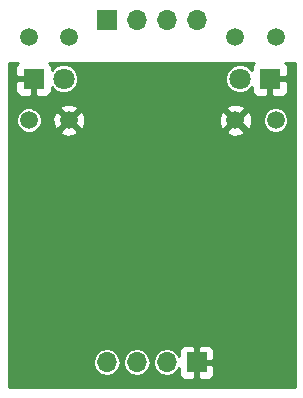
<source format=gbr>
G04 #@! TF.FileFunction,Copper,L2,Bot,Signal*
%FSLAX46Y46*%
G04 Gerber Fmt 4.6, Leading zero omitted, Abs format (unit mm)*
G04 Created by KiCad (PCBNEW 4.0.7-e0-6372~58~ubuntu16.10.1) date Mon Feb 25 01:17:52 2019*
%MOMM*%
%LPD*%
G01*
G04 APERTURE LIST*
%ADD10C,0.100000*%
%ADD11R,1.800000X1.800000*%
%ADD12C,1.800000*%
%ADD13C,1.500000*%
%ADD14R,1.700000X1.700000*%
%ADD15O,1.700000X1.700000*%
%ADD16C,0.900000*%
%ADD17C,0.254000*%
G04 APERTURE END LIST*
D10*
D11*
X22500000Y-7500000D03*
D12*
X19960000Y-7500000D03*
D11*
X2500000Y-7500000D03*
D12*
X5040000Y-7500000D03*
D13*
X23000000Y-11000000D03*
X19600000Y-11000000D03*
X23000000Y-4000000D03*
X19600000Y-4000000D03*
X5500000Y-11000000D03*
X2100000Y-11000000D03*
X5500000Y-4000000D03*
X2100000Y-4000000D03*
D14*
X8690000Y-2500000D03*
D15*
X11230000Y-2500000D03*
X13770000Y-2500000D03*
X16310000Y-2500000D03*
D14*
X16310000Y-31500000D03*
D15*
X13770000Y-31500000D03*
X11230000Y-31500000D03*
X8690000Y-31500000D03*
D16*
X13000000Y-18000000D03*
X15250000Y-24250000D03*
X21750000Y-25750000D03*
X9750000Y-26750000D03*
X9500000Y-21250000D03*
X3500000Y-19250000D03*
D17*
G36*
X1061673Y-6240301D02*
X965000Y-6473690D01*
X965000Y-7214250D01*
X1123750Y-7373000D01*
X2373000Y-7373000D01*
X2373000Y-7353000D01*
X2627000Y-7353000D01*
X2627000Y-7373000D01*
X2647000Y-7373000D01*
X2647000Y-7627000D01*
X2627000Y-7627000D01*
X2627000Y-8876250D01*
X2785750Y-9035000D01*
X3526309Y-9035000D01*
X3759698Y-8938327D01*
X3938327Y-8759699D01*
X4035000Y-8526310D01*
X4035000Y-8230000D01*
X4344053Y-8539593D01*
X4794864Y-8726786D01*
X5282995Y-8727212D01*
X5734131Y-8540806D01*
X6079593Y-8195947D01*
X6266786Y-7745136D01*
X6267212Y-7257005D01*
X6080806Y-6805869D01*
X5735947Y-6460407D01*
X5285136Y-6273214D01*
X4797005Y-6272788D01*
X4345869Y-6459194D01*
X4035000Y-6769520D01*
X4035000Y-6473690D01*
X3938327Y-6240301D01*
X3825025Y-6127000D01*
X21174975Y-6127000D01*
X21061673Y-6240301D01*
X20965000Y-6473690D01*
X20965000Y-6770000D01*
X20655947Y-6460407D01*
X20205136Y-6273214D01*
X19717005Y-6272788D01*
X19265869Y-6459194D01*
X18920407Y-6804053D01*
X18733214Y-7254864D01*
X18732788Y-7742995D01*
X18919194Y-8194131D01*
X19264053Y-8539593D01*
X19714864Y-8726786D01*
X20202995Y-8727212D01*
X20654131Y-8540806D01*
X20965000Y-8230480D01*
X20965000Y-8526310D01*
X21061673Y-8759699D01*
X21240302Y-8938327D01*
X21473691Y-9035000D01*
X22214250Y-9035000D01*
X22373000Y-8876250D01*
X22373000Y-7627000D01*
X22627000Y-7627000D01*
X22627000Y-8876250D01*
X22785750Y-9035000D01*
X23526309Y-9035000D01*
X23759698Y-8938327D01*
X23938327Y-8759699D01*
X24035000Y-8526310D01*
X24035000Y-7785750D01*
X23876250Y-7627000D01*
X22627000Y-7627000D01*
X22373000Y-7627000D01*
X22353000Y-7627000D01*
X22353000Y-7373000D01*
X22373000Y-7373000D01*
X22373000Y-7353000D01*
X22627000Y-7353000D01*
X22627000Y-7373000D01*
X23876250Y-7373000D01*
X24035000Y-7214250D01*
X24035000Y-6473690D01*
X23938327Y-6240301D01*
X23825025Y-6127000D01*
X24598000Y-6127000D01*
X24598000Y-33598000D01*
X402000Y-33598000D01*
X402000Y-31476941D01*
X7513000Y-31476941D01*
X7513000Y-31523059D01*
X7602594Y-31973477D01*
X7857735Y-32355324D01*
X8239582Y-32610465D01*
X8690000Y-32700059D01*
X9140418Y-32610465D01*
X9522265Y-32355324D01*
X9777406Y-31973477D01*
X9867000Y-31523059D01*
X9867000Y-31476941D01*
X10053000Y-31476941D01*
X10053000Y-31523059D01*
X10142594Y-31973477D01*
X10397735Y-32355324D01*
X10779582Y-32610465D01*
X11230000Y-32700059D01*
X11680418Y-32610465D01*
X12062265Y-32355324D01*
X12317406Y-31973477D01*
X12407000Y-31523059D01*
X12407000Y-31476941D01*
X12593000Y-31476941D01*
X12593000Y-31523059D01*
X12682594Y-31973477D01*
X12937735Y-32355324D01*
X13319582Y-32610465D01*
X13770000Y-32700059D01*
X14220418Y-32610465D01*
X14602265Y-32355324D01*
X14825000Y-32021976D01*
X14825000Y-32476309D01*
X14921673Y-32709698D01*
X15100301Y-32888327D01*
X15333690Y-32985000D01*
X16024250Y-32985000D01*
X16183000Y-32826250D01*
X16183000Y-31627000D01*
X16437000Y-31627000D01*
X16437000Y-32826250D01*
X16595750Y-32985000D01*
X17286310Y-32985000D01*
X17519699Y-32888327D01*
X17698327Y-32709698D01*
X17795000Y-32476309D01*
X17795000Y-31785750D01*
X17636250Y-31627000D01*
X16437000Y-31627000D01*
X16183000Y-31627000D01*
X16163000Y-31627000D01*
X16163000Y-31373000D01*
X16183000Y-31373000D01*
X16183000Y-30173750D01*
X16437000Y-30173750D01*
X16437000Y-31373000D01*
X17636250Y-31373000D01*
X17795000Y-31214250D01*
X17795000Y-30523691D01*
X17698327Y-30290302D01*
X17519699Y-30111673D01*
X17286310Y-30015000D01*
X16595750Y-30015000D01*
X16437000Y-30173750D01*
X16183000Y-30173750D01*
X16024250Y-30015000D01*
X15333690Y-30015000D01*
X15100301Y-30111673D01*
X14921673Y-30290302D01*
X14825000Y-30523691D01*
X14825000Y-30978024D01*
X14602265Y-30644676D01*
X14220418Y-30389535D01*
X13770000Y-30299941D01*
X13319582Y-30389535D01*
X12937735Y-30644676D01*
X12682594Y-31026523D01*
X12593000Y-31476941D01*
X12407000Y-31476941D01*
X12317406Y-31026523D01*
X12062265Y-30644676D01*
X11680418Y-30389535D01*
X11230000Y-30299941D01*
X10779582Y-30389535D01*
X10397735Y-30644676D01*
X10142594Y-31026523D01*
X10053000Y-31476941D01*
X9867000Y-31476941D01*
X9777406Y-31026523D01*
X9522265Y-30644676D01*
X9140418Y-30389535D01*
X8690000Y-30299941D01*
X8239582Y-30389535D01*
X7857735Y-30644676D01*
X7602594Y-31026523D01*
X7513000Y-31476941D01*
X402000Y-31476941D01*
X402000Y-11213289D01*
X1022813Y-11213289D01*
X1186431Y-11609275D01*
X1489132Y-11912504D01*
X1884832Y-12076813D01*
X2313289Y-12077187D01*
X2569030Y-11971517D01*
X4708088Y-11971517D01*
X4776077Y-12212460D01*
X5295171Y-12397201D01*
X5845448Y-12369230D01*
X6223923Y-12212460D01*
X6291912Y-11971517D01*
X18808088Y-11971517D01*
X18876077Y-12212460D01*
X19395171Y-12397201D01*
X19945448Y-12369230D01*
X20323923Y-12212460D01*
X20391912Y-11971517D01*
X19600000Y-11179605D01*
X18808088Y-11971517D01*
X6291912Y-11971517D01*
X5500000Y-11179605D01*
X4708088Y-11971517D01*
X2569030Y-11971517D01*
X2709275Y-11913569D01*
X3012504Y-11610868D01*
X3176813Y-11215168D01*
X3177179Y-10795171D01*
X4102799Y-10795171D01*
X4130770Y-11345448D01*
X4287540Y-11723923D01*
X4528483Y-11791912D01*
X5320395Y-11000000D01*
X5679605Y-11000000D01*
X6471517Y-11791912D01*
X6712460Y-11723923D01*
X6897201Y-11204829D01*
X6876378Y-10795171D01*
X18202799Y-10795171D01*
X18230770Y-11345448D01*
X18387540Y-11723923D01*
X18628483Y-11791912D01*
X19420395Y-11000000D01*
X19779605Y-11000000D01*
X20571517Y-11791912D01*
X20812460Y-11723923D01*
X20994190Y-11213289D01*
X21922813Y-11213289D01*
X22086431Y-11609275D01*
X22389132Y-11912504D01*
X22784832Y-12076813D01*
X23213289Y-12077187D01*
X23609275Y-11913569D01*
X23912504Y-11610868D01*
X24076813Y-11215168D01*
X24077187Y-10786711D01*
X23913569Y-10390725D01*
X23610868Y-10087496D01*
X23215168Y-9923187D01*
X22786711Y-9922813D01*
X22390725Y-10086431D01*
X22087496Y-10389132D01*
X21923187Y-10784832D01*
X21922813Y-11213289D01*
X20994190Y-11213289D01*
X20997201Y-11204829D01*
X20969230Y-10654552D01*
X20812460Y-10276077D01*
X20571517Y-10208088D01*
X19779605Y-11000000D01*
X19420395Y-11000000D01*
X18628483Y-10208088D01*
X18387540Y-10276077D01*
X18202799Y-10795171D01*
X6876378Y-10795171D01*
X6869230Y-10654552D01*
X6712460Y-10276077D01*
X6471517Y-10208088D01*
X5679605Y-11000000D01*
X5320395Y-11000000D01*
X4528483Y-10208088D01*
X4287540Y-10276077D01*
X4102799Y-10795171D01*
X3177179Y-10795171D01*
X3177187Y-10786711D01*
X3013569Y-10390725D01*
X2710868Y-10087496D01*
X2568749Y-10028483D01*
X4708088Y-10028483D01*
X5500000Y-10820395D01*
X6291912Y-10028483D01*
X18808088Y-10028483D01*
X19600000Y-10820395D01*
X20391912Y-10028483D01*
X20323923Y-9787540D01*
X19804829Y-9602799D01*
X19254552Y-9630770D01*
X18876077Y-9787540D01*
X18808088Y-10028483D01*
X6291912Y-10028483D01*
X6223923Y-9787540D01*
X5704829Y-9602799D01*
X5154552Y-9630770D01*
X4776077Y-9787540D01*
X4708088Y-10028483D01*
X2568749Y-10028483D01*
X2315168Y-9923187D01*
X1886711Y-9922813D01*
X1490725Y-10086431D01*
X1187496Y-10389132D01*
X1023187Y-10784832D01*
X1022813Y-11213289D01*
X402000Y-11213289D01*
X402000Y-7785750D01*
X965000Y-7785750D01*
X965000Y-8526310D01*
X1061673Y-8759699D01*
X1240302Y-8938327D01*
X1473691Y-9035000D01*
X2214250Y-9035000D01*
X2373000Y-8876250D01*
X2373000Y-7627000D01*
X1123750Y-7627000D01*
X965000Y-7785750D01*
X402000Y-7785750D01*
X402000Y-6127000D01*
X1174975Y-6127000D01*
X1061673Y-6240301D01*
X1061673Y-6240301D01*
G37*
X1061673Y-6240301D02*
X965000Y-6473690D01*
X965000Y-7214250D01*
X1123750Y-7373000D01*
X2373000Y-7373000D01*
X2373000Y-7353000D01*
X2627000Y-7353000D01*
X2627000Y-7373000D01*
X2647000Y-7373000D01*
X2647000Y-7627000D01*
X2627000Y-7627000D01*
X2627000Y-8876250D01*
X2785750Y-9035000D01*
X3526309Y-9035000D01*
X3759698Y-8938327D01*
X3938327Y-8759699D01*
X4035000Y-8526310D01*
X4035000Y-8230000D01*
X4344053Y-8539593D01*
X4794864Y-8726786D01*
X5282995Y-8727212D01*
X5734131Y-8540806D01*
X6079593Y-8195947D01*
X6266786Y-7745136D01*
X6267212Y-7257005D01*
X6080806Y-6805869D01*
X5735947Y-6460407D01*
X5285136Y-6273214D01*
X4797005Y-6272788D01*
X4345869Y-6459194D01*
X4035000Y-6769520D01*
X4035000Y-6473690D01*
X3938327Y-6240301D01*
X3825025Y-6127000D01*
X21174975Y-6127000D01*
X21061673Y-6240301D01*
X20965000Y-6473690D01*
X20965000Y-6770000D01*
X20655947Y-6460407D01*
X20205136Y-6273214D01*
X19717005Y-6272788D01*
X19265869Y-6459194D01*
X18920407Y-6804053D01*
X18733214Y-7254864D01*
X18732788Y-7742995D01*
X18919194Y-8194131D01*
X19264053Y-8539593D01*
X19714864Y-8726786D01*
X20202995Y-8727212D01*
X20654131Y-8540806D01*
X20965000Y-8230480D01*
X20965000Y-8526310D01*
X21061673Y-8759699D01*
X21240302Y-8938327D01*
X21473691Y-9035000D01*
X22214250Y-9035000D01*
X22373000Y-8876250D01*
X22373000Y-7627000D01*
X22627000Y-7627000D01*
X22627000Y-8876250D01*
X22785750Y-9035000D01*
X23526309Y-9035000D01*
X23759698Y-8938327D01*
X23938327Y-8759699D01*
X24035000Y-8526310D01*
X24035000Y-7785750D01*
X23876250Y-7627000D01*
X22627000Y-7627000D01*
X22373000Y-7627000D01*
X22353000Y-7627000D01*
X22353000Y-7373000D01*
X22373000Y-7373000D01*
X22373000Y-7353000D01*
X22627000Y-7353000D01*
X22627000Y-7373000D01*
X23876250Y-7373000D01*
X24035000Y-7214250D01*
X24035000Y-6473690D01*
X23938327Y-6240301D01*
X23825025Y-6127000D01*
X24598000Y-6127000D01*
X24598000Y-33598000D01*
X402000Y-33598000D01*
X402000Y-31476941D01*
X7513000Y-31476941D01*
X7513000Y-31523059D01*
X7602594Y-31973477D01*
X7857735Y-32355324D01*
X8239582Y-32610465D01*
X8690000Y-32700059D01*
X9140418Y-32610465D01*
X9522265Y-32355324D01*
X9777406Y-31973477D01*
X9867000Y-31523059D01*
X9867000Y-31476941D01*
X10053000Y-31476941D01*
X10053000Y-31523059D01*
X10142594Y-31973477D01*
X10397735Y-32355324D01*
X10779582Y-32610465D01*
X11230000Y-32700059D01*
X11680418Y-32610465D01*
X12062265Y-32355324D01*
X12317406Y-31973477D01*
X12407000Y-31523059D01*
X12407000Y-31476941D01*
X12593000Y-31476941D01*
X12593000Y-31523059D01*
X12682594Y-31973477D01*
X12937735Y-32355324D01*
X13319582Y-32610465D01*
X13770000Y-32700059D01*
X14220418Y-32610465D01*
X14602265Y-32355324D01*
X14825000Y-32021976D01*
X14825000Y-32476309D01*
X14921673Y-32709698D01*
X15100301Y-32888327D01*
X15333690Y-32985000D01*
X16024250Y-32985000D01*
X16183000Y-32826250D01*
X16183000Y-31627000D01*
X16437000Y-31627000D01*
X16437000Y-32826250D01*
X16595750Y-32985000D01*
X17286310Y-32985000D01*
X17519699Y-32888327D01*
X17698327Y-32709698D01*
X17795000Y-32476309D01*
X17795000Y-31785750D01*
X17636250Y-31627000D01*
X16437000Y-31627000D01*
X16183000Y-31627000D01*
X16163000Y-31627000D01*
X16163000Y-31373000D01*
X16183000Y-31373000D01*
X16183000Y-30173750D01*
X16437000Y-30173750D01*
X16437000Y-31373000D01*
X17636250Y-31373000D01*
X17795000Y-31214250D01*
X17795000Y-30523691D01*
X17698327Y-30290302D01*
X17519699Y-30111673D01*
X17286310Y-30015000D01*
X16595750Y-30015000D01*
X16437000Y-30173750D01*
X16183000Y-30173750D01*
X16024250Y-30015000D01*
X15333690Y-30015000D01*
X15100301Y-30111673D01*
X14921673Y-30290302D01*
X14825000Y-30523691D01*
X14825000Y-30978024D01*
X14602265Y-30644676D01*
X14220418Y-30389535D01*
X13770000Y-30299941D01*
X13319582Y-30389535D01*
X12937735Y-30644676D01*
X12682594Y-31026523D01*
X12593000Y-31476941D01*
X12407000Y-31476941D01*
X12317406Y-31026523D01*
X12062265Y-30644676D01*
X11680418Y-30389535D01*
X11230000Y-30299941D01*
X10779582Y-30389535D01*
X10397735Y-30644676D01*
X10142594Y-31026523D01*
X10053000Y-31476941D01*
X9867000Y-31476941D01*
X9777406Y-31026523D01*
X9522265Y-30644676D01*
X9140418Y-30389535D01*
X8690000Y-30299941D01*
X8239582Y-30389535D01*
X7857735Y-30644676D01*
X7602594Y-31026523D01*
X7513000Y-31476941D01*
X402000Y-31476941D01*
X402000Y-11213289D01*
X1022813Y-11213289D01*
X1186431Y-11609275D01*
X1489132Y-11912504D01*
X1884832Y-12076813D01*
X2313289Y-12077187D01*
X2569030Y-11971517D01*
X4708088Y-11971517D01*
X4776077Y-12212460D01*
X5295171Y-12397201D01*
X5845448Y-12369230D01*
X6223923Y-12212460D01*
X6291912Y-11971517D01*
X18808088Y-11971517D01*
X18876077Y-12212460D01*
X19395171Y-12397201D01*
X19945448Y-12369230D01*
X20323923Y-12212460D01*
X20391912Y-11971517D01*
X19600000Y-11179605D01*
X18808088Y-11971517D01*
X6291912Y-11971517D01*
X5500000Y-11179605D01*
X4708088Y-11971517D01*
X2569030Y-11971517D01*
X2709275Y-11913569D01*
X3012504Y-11610868D01*
X3176813Y-11215168D01*
X3177179Y-10795171D01*
X4102799Y-10795171D01*
X4130770Y-11345448D01*
X4287540Y-11723923D01*
X4528483Y-11791912D01*
X5320395Y-11000000D01*
X5679605Y-11000000D01*
X6471517Y-11791912D01*
X6712460Y-11723923D01*
X6897201Y-11204829D01*
X6876378Y-10795171D01*
X18202799Y-10795171D01*
X18230770Y-11345448D01*
X18387540Y-11723923D01*
X18628483Y-11791912D01*
X19420395Y-11000000D01*
X19779605Y-11000000D01*
X20571517Y-11791912D01*
X20812460Y-11723923D01*
X20994190Y-11213289D01*
X21922813Y-11213289D01*
X22086431Y-11609275D01*
X22389132Y-11912504D01*
X22784832Y-12076813D01*
X23213289Y-12077187D01*
X23609275Y-11913569D01*
X23912504Y-11610868D01*
X24076813Y-11215168D01*
X24077187Y-10786711D01*
X23913569Y-10390725D01*
X23610868Y-10087496D01*
X23215168Y-9923187D01*
X22786711Y-9922813D01*
X22390725Y-10086431D01*
X22087496Y-10389132D01*
X21923187Y-10784832D01*
X21922813Y-11213289D01*
X20994190Y-11213289D01*
X20997201Y-11204829D01*
X20969230Y-10654552D01*
X20812460Y-10276077D01*
X20571517Y-10208088D01*
X19779605Y-11000000D01*
X19420395Y-11000000D01*
X18628483Y-10208088D01*
X18387540Y-10276077D01*
X18202799Y-10795171D01*
X6876378Y-10795171D01*
X6869230Y-10654552D01*
X6712460Y-10276077D01*
X6471517Y-10208088D01*
X5679605Y-11000000D01*
X5320395Y-11000000D01*
X4528483Y-10208088D01*
X4287540Y-10276077D01*
X4102799Y-10795171D01*
X3177179Y-10795171D01*
X3177187Y-10786711D01*
X3013569Y-10390725D01*
X2710868Y-10087496D01*
X2568749Y-10028483D01*
X4708088Y-10028483D01*
X5500000Y-10820395D01*
X6291912Y-10028483D01*
X18808088Y-10028483D01*
X19600000Y-10820395D01*
X20391912Y-10028483D01*
X20323923Y-9787540D01*
X19804829Y-9602799D01*
X19254552Y-9630770D01*
X18876077Y-9787540D01*
X18808088Y-10028483D01*
X6291912Y-10028483D01*
X6223923Y-9787540D01*
X5704829Y-9602799D01*
X5154552Y-9630770D01*
X4776077Y-9787540D01*
X4708088Y-10028483D01*
X2568749Y-10028483D01*
X2315168Y-9923187D01*
X1886711Y-9922813D01*
X1490725Y-10086431D01*
X1187496Y-10389132D01*
X1023187Y-10784832D01*
X1022813Y-11213289D01*
X402000Y-11213289D01*
X402000Y-7785750D01*
X965000Y-7785750D01*
X965000Y-8526310D01*
X1061673Y-8759699D01*
X1240302Y-8938327D01*
X1473691Y-9035000D01*
X2214250Y-9035000D01*
X2373000Y-8876250D01*
X2373000Y-7627000D01*
X1123750Y-7627000D01*
X965000Y-7785750D01*
X402000Y-7785750D01*
X402000Y-6127000D01*
X1174975Y-6127000D01*
X1061673Y-6240301D01*
M02*

</source>
